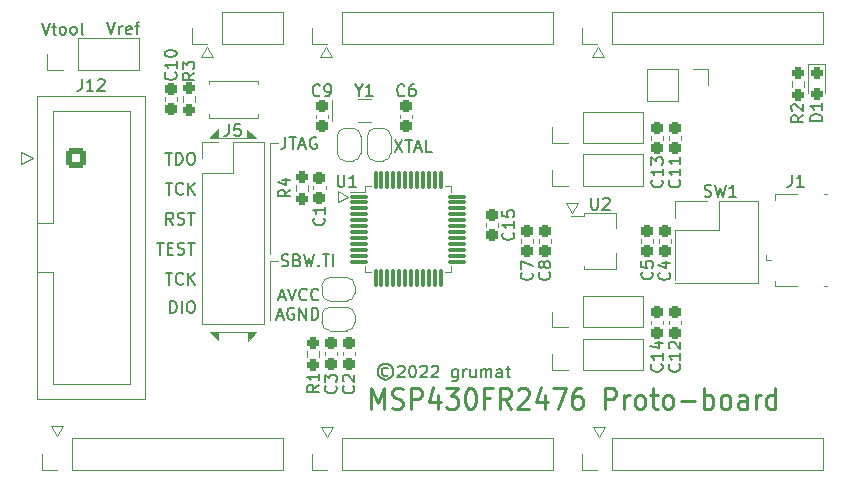
<source format=gto>
G04 #@! TF.GenerationSoftware,KiCad,Pcbnew,(6.0.7)*
G04 #@! TF.CreationDate,2022-09-17T20:40:59+02:00*
G04 #@! TF.ProjectId,FR2476,46523234-3736-42e6-9b69-6361645f7063,rev?*
G04 #@! TF.SameCoordinates,Original*
G04 #@! TF.FileFunction,Legend,Top*
G04 #@! TF.FilePolarity,Positive*
%FSLAX46Y46*%
G04 Gerber Fmt 4.6, Leading zero omitted, Abs format (unit mm)*
G04 Created by KiCad (PCBNEW (6.0.7)) date 2022-09-17 20:40:59*
%MOMM*%
%LPD*%
G01*
G04 APERTURE LIST*
G04 Aperture macros list*
%AMRoundRect*
0 Rectangle with rounded corners*
0 $1 Rounding radius*
0 $2 $3 $4 $5 $6 $7 $8 $9 X,Y pos of 4 corners*
0 Add a 4 corners polygon primitive as box body*
4,1,4,$2,$3,$4,$5,$6,$7,$8,$9,$2,$3,0*
0 Add four circle primitives for the rounded corners*
1,1,$1+$1,$2,$3*
1,1,$1+$1,$4,$5*
1,1,$1+$1,$6,$7*
1,1,$1+$1,$8,$9*
0 Add four rect primitives between the rounded corners*
20,1,$1+$1,$2,$3,$4,$5,0*
20,1,$1+$1,$4,$5,$6,$7,0*
20,1,$1+$1,$6,$7,$8,$9,0*
20,1,$1+$1,$8,$9,$2,$3,0*%
%AMFreePoly0*
4,1,9,5.362500,-0.866500,1.237500,-0.866500,1.237500,-0.450000,-1.237500,-0.450000,-1.237500,0.450000,1.237500,0.450000,1.237500,0.866500,5.362500,0.866500,5.362500,-0.866500,5.362500,-0.866500,$1*%
%AMFreePoly1*
4,1,22,0.500000,-0.750000,0.000000,-0.750000,0.000000,-0.745033,-0.079941,-0.743568,-0.215256,-0.701293,-0.333266,-0.622738,-0.424486,-0.514219,-0.481581,-0.384460,-0.499164,-0.250000,-0.500000,-0.250000,-0.500000,0.250000,-0.499164,0.250000,-0.499963,0.256109,-0.478152,0.396186,-0.417904,0.524511,-0.324060,0.630769,-0.204165,0.706417,-0.067858,0.745374,0.000000,0.744959,0.000000,0.750000,
0.500000,0.750000,0.500000,-0.750000,0.500000,-0.750000,$1*%
%AMFreePoly2*
4,1,20,0.000000,0.744959,0.073905,0.744508,0.209726,0.703889,0.328688,0.626782,0.421226,0.519385,0.479903,0.390333,0.500000,0.250000,0.500000,-0.250000,0.499851,-0.262216,0.476331,-0.402017,0.414519,-0.529596,0.319384,-0.634700,0.198574,-0.708877,0.061801,-0.746166,0.000000,-0.745033,0.000000,-0.750000,-0.500000,-0.750000,-0.500000,0.750000,0.000000,0.750000,0.000000,0.744959,
0.000000,0.744959,$1*%
G04 Aperture macros list end*
%ADD10C,0.120000*%
%ADD11C,0.100000*%
%ADD12C,0.150000*%
%ADD13C,0.250000*%
%ADD14RoundRect,0.250000X-0.600000X-0.600000X0.600000X-0.600000X0.600000X0.600000X-0.600000X0.600000X0*%
%ADD15C,1.700000*%
%ADD16RoundRect,0.237500X0.237500X-0.300000X0.237500X0.300000X-0.237500X0.300000X-0.237500X-0.300000X0*%
%ADD17R,1.700000X1.700000*%
%ADD18O,1.700000X1.700000*%
%ADD19R,1.750000X1.800000*%
%ADD20RoundRect,0.237500X0.237500X-0.250000X0.237500X0.250000X-0.237500X0.250000X-0.237500X-0.250000X0*%
%ADD21R,2.300000X0.900000*%
%ADD22FreePoly0,0.000000*%
%ADD23RoundRect,0.237500X-0.237500X0.287500X-0.237500X-0.287500X0.237500X-0.287500X0.237500X0.287500X0*%
%ADD24RoundRect,0.237500X-0.237500X0.250000X-0.237500X-0.250000X0.237500X-0.250000X0.237500X0.250000X0*%
%ADD25RoundRect,0.237500X-0.237500X0.300000X-0.237500X-0.300000X0.237500X-0.300000X0.237500X0.300000X0*%
%ADD26R,1.550000X0.400000*%
%ADD27R,1.900000X1.200000*%
%ADD28C,1.450000*%
%ADD29O,1.900000X1.200000*%
%ADD30R,1.900000X1.500000*%
%ADD31R,1.350000X1.350000*%
%ADD32O,1.350000X1.350000*%
%ADD33RoundRect,0.075000X-0.662500X-0.075000X0.662500X-0.075000X0.662500X0.075000X-0.662500X0.075000X0*%
%ADD34RoundRect,0.075000X-0.075000X-0.662500X0.075000X-0.662500X0.075000X0.662500X-0.075000X0.662500X0*%
%ADD35R,1.400000X2.000000*%
%ADD36FreePoly1,270.000000*%
%ADD37FreePoly2,270.000000*%
%ADD38FreePoly1,0.000000*%
%ADD39FreePoly2,0.000000*%
G04 APERTURE END LIST*
D10*
X154850000Y-99800000D02*
X155850000Y-99800000D01*
X155350000Y-100600000D02*
X154850000Y-99800000D01*
X155850000Y-99800000D02*
X155350000Y-100600000D01*
X157050000Y-87400000D02*
X157550000Y-86600000D01*
X158050000Y-87400000D02*
X157050000Y-87400000D01*
X157550000Y-86600000D02*
X158050000Y-87400000D01*
X134050000Y-87400000D02*
X134550000Y-86600000D01*
X135050000Y-87400000D02*
X134050000Y-87400000D01*
X134550000Y-86600000D02*
X135050000Y-87400000D01*
X124450000Y-86600000D02*
X124950000Y-87400000D01*
X123950000Y-87400000D02*
X124450000Y-86600000D01*
X124950000Y-87400000D02*
X123950000Y-87400000D01*
X111250000Y-118700000D02*
X112250000Y-118700000D01*
X112250000Y-118700000D02*
X111750000Y-119500000D01*
X111750000Y-119500000D02*
X111250000Y-118700000D01*
X134150000Y-118800000D02*
X135150000Y-118800000D01*
X135150000Y-118800000D02*
X134650000Y-119600000D01*
X134650000Y-119600000D02*
X134150000Y-118800000D01*
X157150000Y-118800000D02*
X158150000Y-118800000D01*
X158150000Y-118800000D02*
X157650000Y-119600000D01*
X157650000Y-119600000D02*
X157150000Y-118800000D01*
X135600000Y-99750000D02*
X135600000Y-98750000D01*
X135600000Y-98750000D02*
X136400000Y-99250000D01*
X136400000Y-99250000D02*
X135600000Y-99750000D01*
D11*
G36*
X127939000Y-111461000D02*
G01*
X127939000Y-110711000D01*
X125439000Y-110711000D01*
X125439000Y-111411000D01*
X124714000Y-110686000D01*
X128589000Y-110686000D01*
X127939000Y-111461000D01*
G37*
X127939000Y-111461000D02*
X127939000Y-110711000D01*
X125439000Y-110711000D01*
X125439000Y-111411000D01*
X124714000Y-110686000D01*
X128589000Y-110686000D01*
X127939000Y-111461000D01*
G36*
X125400000Y-94300000D02*
G01*
X127900000Y-94300000D01*
X127900000Y-93600000D01*
X128625000Y-94325000D01*
X124750000Y-94325000D01*
X125400000Y-93550000D01*
X125400000Y-94300000D01*
G37*
X125400000Y-94300000D02*
X127900000Y-94300000D01*
X127900000Y-93600000D01*
X128625000Y-94325000D01*
X124750000Y-94325000D01*
X125400000Y-93550000D01*
X125400000Y-94300000D01*
D10*
X129800000Y-104082000D02*
X129800000Y-94700000D01*
X129800000Y-104700000D02*
X130500000Y-104700000D01*
X129800000Y-94700000D02*
X130500000Y-94700000D01*
X129800000Y-104681000D02*
X129800000Y-109670000D01*
D12*
X131108333Y-94202380D02*
X131108333Y-94916666D01*
X131060714Y-95059523D01*
X130965476Y-95154761D01*
X130822619Y-95202380D01*
X130727380Y-95202380D01*
X131441666Y-94202380D02*
X132013095Y-94202380D01*
X131727380Y-95202380D02*
X131727380Y-94202380D01*
X132298809Y-94916666D02*
X132775000Y-94916666D01*
X132203571Y-95202380D02*
X132536904Y-94202380D01*
X132870238Y-95202380D01*
X133727380Y-94250000D02*
X133632142Y-94202380D01*
X133489285Y-94202380D01*
X133346428Y-94250000D01*
X133251190Y-94345238D01*
X133203571Y-94440476D01*
X133155952Y-94630952D01*
X133155952Y-94773809D01*
X133203571Y-94964285D01*
X133251190Y-95059523D01*
X133346428Y-95154761D01*
X133489285Y-95202380D01*
X133584523Y-95202380D01*
X133727380Y-95154761D01*
X133775000Y-95107142D01*
X133775000Y-94773809D01*
X133584523Y-94773809D01*
X130785714Y-105104761D02*
X130928571Y-105152380D01*
X131166666Y-105152380D01*
X131261904Y-105104761D01*
X131309523Y-105057142D01*
X131357142Y-104961904D01*
X131357142Y-104866666D01*
X131309523Y-104771428D01*
X131261904Y-104723809D01*
X131166666Y-104676190D01*
X130976190Y-104628571D01*
X130880952Y-104580952D01*
X130833333Y-104533333D01*
X130785714Y-104438095D01*
X130785714Y-104342857D01*
X130833333Y-104247619D01*
X130880952Y-104200000D01*
X130976190Y-104152380D01*
X131214285Y-104152380D01*
X131357142Y-104200000D01*
X132119047Y-104628571D02*
X132261904Y-104676190D01*
X132309523Y-104723809D01*
X132357142Y-104819047D01*
X132357142Y-104961904D01*
X132309523Y-105057142D01*
X132261904Y-105104761D01*
X132166666Y-105152380D01*
X131785714Y-105152380D01*
X131785714Y-104152380D01*
X132119047Y-104152380D01*
X132214285Y-104200000D01*
X132261904Y-104247619D01*
X132309523Y-104342857D01*
X132309523Y-104438095D01*
X132261904Y-104533333D01*
X132214285Y-104580952D01*
X132119047Y-104628571D01*
X131785714Y-104628571D01*
X132690476Y-104152380D02*
X132928571Y-105152380D01*
X133119047Y-104438095D01*
X133309523Y-105152380D01*
X133547619Y-104152380D01*
X133928571Y-105057142D02*
X133976190Y-105104761D01*
X133928571Y-105152380D01*
X133880952Y-105104761D01*
X133928571Y-105057142D01*
X133928571Y-105152380D01*
X134261904Y-104152380D02*
X134833333Y-104152380D01*
X134547619Y-105152380D02*
X134547619Y-104152380D01*
X135166666Y-105152380D02*
X135166666Y-104152380D01*
X130578690Y-107761666D02*
X131054880Y-107761666D01*
X130483452Y-108047380D02*
X130816785Y-107047380D01*
X131150119Y-108047380D01*
X131340595Y-107047380D02*
X131673928Y-108047380D01*
X132007261Y-107047380D01*
X132912023Y-107952142D02*
X132864404Y-107999761D01*
X132721547Y-108047380D01*
X132626309Y-108047380D01*
X132483452Y-107999761D01*
X132388214Y-107904523D01*
X132340595Y-107809285D01*
X132292976Y-107618809D01*
X132292976Y-107475952D01*
X132340595Y-107285476D01*
X132388214Y-107190238D01*
X132483452Y-107095000D01*
X132626309Y-107047380D01*
X132721547Y-107047380D01*
X132864404Y-107095000D01*
X132912023Y-107142619D01*
X133912023Y-107952142D02*
X133864404Y-107999761D01*
X133721547Y-108047380D01*
X133626309Y-108047380D01*
X133483452Y-107999761D01*
X133388214Y-107904523D01*
X133340595Y-107809285D01*
X133292976Y-107618809D01*
X133292976Y-107475952D01*
X133340595Y-107285476D01*
X133388214Y-107190238D01*
X133483452Y-107095000D01*
X133626309Y-107047380D01*
X133721547Y-107047380D01*
X133864404Y-107095000D01*
X133912023Y-107142619D01*
X130388214Y-109371666D02*
X130864404Y-109371666D01*
X130292976Y-109657380D02*
X130626309Y-108657380D01*
X130959642Y-109657380D01*
X131816785Y-108705000D02*
X131721547Y-108657380D01*
X131578690Y-108657380D01*
X131435833Y-108705000D01*
X131340595Y-108800238D01*
X131292976Y-108895476D01*
X131245357Y-109085952D01*
X131245357Y-109228809D01*
X131292976Y-109419285D01*
X131340595Y-109514523D01*
X131435833Y-109609761D01*
X131578690Y-109657380D01*
X131673928Y-109657380D01*
X131816785Y-109609761D01*
X131864404Y-109562142D01*
X131864404Y-109228809D01*
X131673928Y-109228809D01*
X132292976Y-109657380D02*
X132292976Y-108657380D01*
X132864404Y-109657380D01*
X132864404Y-108657380D01*
X133340595Y-109657380D02*
X133340595Y-108657380D01*
X133578690Y-108657380D01*
X133721547Y-108705000D01*
X133816785Y-108800238D01*
X133864404Y-108895476D01*
X133912023Y-109085952D01*
X133912023Y-109228809D01*
X133864404Y-109419285D01*
X133816785Y-109514523D01*
X133721547Y-109609761D01*
X133578690Y-109657380D01*
X133340595Y-109657380D01*
X140352380Y-94452380D02*
X141019047Y-95452380D01*
X141019047Y-94452380D02*
X140352380Y-95452380D01*
X141257142Y-94452380D02*
X141828571Y-94452380D01*
X141542857Y-95452380D02*
X141542857Y-94452380D01*
X142114285Y-95166666D02*
X142590476Y-95166666D01*
X142019047Y-95452380D02*
X142352380Y-94452380D01*
X142685714Y-95452380D01*
X143495238Y-95452380D02*
X143019047Y-95452380D01*
X143019047Y-94452380D01*
X121618738Y-101613380D02*
X121285404Y-101137190D01*
X121047309Y-101613380D02*
X121047309Y-100613380D01*
X121428261Y-100613380D01*
X121523500Y-100661000D01*
X121571119Y-100708619D01*
X121618738Y-100803857D01*
X121618738Y-100946714D01*
X121571119Y-101041952D01*
X121523500Y-101089571D01*
X121428261Y-101137190D01*
X121047309Y-101137190D01*
X121999690Y-101565761D02*
X122142547Y-101613380D01*
X122380642Y-101613380D01*
X122475880Y-101565761D01*
X122523500Y-101518142D01*
X122571119Y-101422904D01*
X122571119Y-101327666D01*
X122523500Y-101232428D01*
X122475880Y-101184809D01*
X122380642Y-101137190D01*
X122190166Y-101089571D01*
X122094928Y-101041952D01*
X122047309Y-100994333D01*
X121999690Y-100899095D01*
X121999690Y-100803857D01*
X122047309Y-100708619D01*
X122094928Y-100661000D01*
X122190166Y-100613380D01*
X122428261Y-100613380D01*
X122571119Y-100661000D01*
X122856833Y-100613380D02*
X123428261Y-100613380D01*
X123142547Y-101613380D02*
X123142547Y-100613380D01*
D13*
X138395238Y-117264285D02*
X138395238Y-115464285D01*
X138928571Y-116750000D01*
X139461904Y-115464285D01*
X139461904Y-117264285D01*
X140147619Y-117178571D02*
X140376190Y-117264285D01*
X140757142Y-117264285D01*
X140909523Y-117178571D01*
X140985714Y-117092857D01*
X141061904Y-116921428D01*
X141061904Y-116750000D01*
X140985714Y-116578571D01*
X140909523Y-116492857D01*
X140757142Y-116407142D01*
X140452380Y-116321428D01*
X140300000Y-116235714D01*
X140223809Y-116150000D01*
X140147619Y-115978571D01*
X140147619Y-115807142D01*
X140223809Y-115635714D01*
X140300000Y-115550000D01*
X140452380Y-115464285D01*
X140833333Y-115464285D01*
X141061904Y-115550000D01*
X141747619Y-117264285D02*
X141747619Y-115464285D01*
X142357142Y-115464285D01*
X142509523Y-115550000D01*
X142585714Y-115635714D01*
X142661904Y-115807142D01*
X142661904Y-116064285D01*
X142585714Y-116235714D01*
X142509523Y-116321428D01*
X142357142Y-116407142D01*
X141747619Y-116407142D01*
X144033333Y-116064285D02*
X144033333Y-117264285D01*
X143652380Y-115378571D02*
X143271428Y-116664285D01*
X144261904Y-116664285D01*
X144719047Y-115464285D02*
X145709523Y-115464285D01*
X145176190Y-116150000D01*
X145404761Y-116150000D01*
X145557142Y-116235714D01*
X145633333Y-116321428D01*
X145709523Y-116492857D01*
X145709523Y-116921428D01*
X145633333Y-117092857D01*
X145557142Y-117178571D01*
X145404761Y-117264285D01*
X144947619Y-117264285D01*
X144795238Y-117178571D01*
X144719047Y-117092857D01*
X146700000Y-115464285D02*
X146852380Y-115464285D01*
X147004761Y-115550000D01*
X147080952Y-115635714D01*
X147157142Y-115807142D01*
X147233333Y-116150000D01*
X147233333Y-116578571D01*
X147157142Y-116921428D01*
X147080952Y-117092857D01*
X147004761Y-117178571D01*
X146852380Y-117264285D01*
X146700000Y-117264285D01*
X146547619Y-117178571D01*
X146471428Y-117092857D01*
X146395238Y-116921428D01*
X146319047Y-116578571D01*
X146319047Y-116150000D01*
X146395238Y-115807142D01*
X146471428Y-115635714D01*
X146547619Y-115550000D01*
X146700000Y-115464285D01*
X148452380Y-116321428D02*
X147919047Y-116321428D01*
X147919047Y-117264285D02*
X147919047Y-115464285D01*
X148680952Y-115464285D01*
X150204761Y-117264285D02*
X149671428Y-116407142D01*
X149290476Y-117264285D02*
X149290476Y-115464285D01*
X149900000Y-115464285D01*
X150052380Y-115550000D01*
X150128571Y-115635714D01*
X150204761Y-115807142D01*
X150204761Y-116064285D01*
X150128571Y-116235714D01*
X150052380Y-116321428D01*
X149900000Y-116407142D01*
X149290476Y-116407142D01*
X150814285Y-115635714D02*
X150890476Y-115550000D01*
X151042857Y-115464285D01*
X151423809Y-115464285D01*
X151576190Y-115550000D01*
X151652380Y-115635714D01*
X151728571Y-115807142D01*
X151728571Y-115978571D01*
X151652380Y-116235714D01*
X150738095Y-117264285D01*
X151728571Y-117264285D01*
X153100000Y-116064285D02*
X153100000Y-117264285D01*
X152719047Y-115378571D02*
X152338095Y-116664285D01*
X153328571Y-116664285D01*
X153785714Y-115464285D02*
X154852380Y-115464285D01*
X154166666Y-117264285D01*
X156147619Y-115464285D02*
X155842857Y-115464285D01*
X155690476Y-115550000D01*
X155614285Y-115635714D01*
X155461904Y-115892857D01*
X155385714Y-116235714D01*
X155385714Y-116921428D01*
X155461904Y-117092857D01*
X155538095Y-117178571D01*
X155690476Y-117264285D01*
X155995238Y-117264285D01*
X156147619Y-117178571D01*
X156223809Y-117092857D01*
X156300000Y-116921428D01*
X156300000Y-116492857D01*
X156223809Y-116321428D01*
X156147619Y-116235714D01*
X155995238Y-116150000D01*
X155690476Y-116150000D01*
X155538095Y-116235714D01*
X155461904Y-116321428D01*
X155385714Y-116492857D01*
X158204761Y-117264285D02*
X158204761Y-115464285D01*
X158814285Y-115464285D01*
X158966666Y-115550000D01*
X159042857Y-115635714D01*
X159119047Y-115807142D01*
X159119047Y-116064285D01*
X159042857Y-116235714D01*
X158966666Y-116321428D01*
X158814285Y-116407142D01*
X158204761Y-116407142D01*
X159804761Y-117264285D02*
X159804761Y-116064285D01*
X159804761Y-116407142D02*
X159880952Y-116235714D01*
X159957142Y-116150000D01*
X160109523Y-116064285D01*
X160261904Y-116064285D01*
X161023809Y-117264285D02*
X160871428Y-117178571D01*
X160795238Y-117092857D01*
X160719047Y-116921428D01*
X160719047Y-116407142D01*
X160795238Y-116235714D01*
X160871428Y-116150000D01*
X161023809Y-116064285D01*
X161252380Y-116064285D01*
X161404761Y-116150000D01*
X161480952Y-116235714D01*
X161557142Y-116407142D01*
X161557142Y-116921428D01*
X161480952Y-117092857D01*
X161404761Y-117178571D01*
X161252380Y-117264285D01*
X161023809Y-117264285D01*
X162014285Y-116064285D02*
X162623809Y-116064285D01*
X162242857Y-115464285D02*
X162242857Y-117007142D01*
X162319047Y-117178571D01*
X162471428Y-117264285D01*
X162623809Y-117264285D01*
X163385714Y-117264285D02*
X163233333Y-117178571D01*
X163157142Y-117092857D01*
X163080952Y-116921428D01*
X163080952Y-116407142D01*
X163157142Y-116235714D01*
X163233333Y-116150000D01*
X163385714Y-116064285D01*
X163614285Y-116064285D01*
X163766666Y-116150000D01*
X163842857Y-116235714D01*
X163919047Y-116407142D01*
X163919047Y-116921428D01*
X163842857Y-117092857D01*
X163766666Y-117178571D01*
X163614285Y-117264285D01*
X163385714Y-117264285D01*
X164604761Y-116578571D02*
X165823809Y-116578571D01*
X166585714Y-117264285D02*
X166585714Y-115464285D01*
X166585714Y-116150000D02*
X166738095Y-116064285D01*
X167042857Y-116064285D01*
X167195238Y-116150000D01*
X167271428Y-116235714D01*
X167347619Y-116407142D01*
X167347619Y-116921428D01*
X167271428Y-117092857D01*
X167195238Y-117178571D01*
X167042857Y-117264285D01*
X166738095Y-117264285D01*
X166585714Y-117178571D01*
X168261904Y-117264285D02*
X168109523Y-117178571D01*
X168033333Y-117092857D01*
X167957142Y-116921428D01*
X167957142Y-116407142D01*
X168033333Y-116235714D01*
X168109523Y-116150000D01*
X168261904Y-116064285D01*
X168490476Y-116064285D01*
X168642857Y-116150000D01*
X168719047Y-116235714D01*
X168795238Y-116407142D01*
X168795238Y-116921428D01*
X168719047Y-117092857D01*
X168642857Y-117178571D01*
X168490476Y-117264285D01*
X168261904Y-117264285D01*
X170166666Y-117264285D02*
X170166666Y-116321428D01*
X170090476Y-116150000D01*
X169938095Y-116064285D01*
X169633333Y-116064285D01*
X169480952Y-116150000D01*
X170166666Y-117178571D02*
X170014285Y-117264285D01*
X169633333Y-117264285D01*
X169480952Y-117178571D01*
X169404761Y-117007142D01*
X169404761Y-116835714D01*
X169480952Y-116664285D01*
X169633333Y-116578571D01*
X170014285Y-116578571D01*
X170166666Y-116492857D01*
X170928571Y-117264285D02*
X170928571Y-116064285D01*
X170928571Y-116407142D02*
X171004761Y-116235714D01*
X171080952Y-116150000D01*
X171233333Y-116064285D01*
X171385714Y-116064285D01*
X172604761Y-117264285D02*
X172604761Y-115464285D01*
X172604761Y-117178571D02*
X172452380Y-117264285D01*
X172147619Y-117264285D01*
X171995238Y-117178571D01*
X171919047Y-117092857D01*
X171842857Y-116921428D01*
X171842857Y-116407142D01*
X171919047Y-116235714D01*
X171995238Y-116150000D01*
X172147619Y-116064285D01*
X172452380Y-116064285D01*
X172604761Y-116150000D01*
D12*
X110484285Y-84527380D02*
X110817619Y-85527380D01*
X111150952Y-84527380D01*
X111341428Y-84860714D02*
X111722380Y-84860714D01*
X111484285Y-84527380D02*
X111484285Y-85384523D01*
X111531904Y-85479761D01*
X111627142Y-85527380D01*
X111722380Y-85527380D01*
X112198571Y-85527380D02*
X112103333Y-85479761D01*
X112055714Y-85432142D01*
X112008095Y-85336904D01*
X112008095Y-85051190D01*
X112055714Y-84955952D01*
X112103333Y-84908333D01*
X112198571Y-84860714D01*
X112341428Y-84860714D01*
X112436666Y-84908333D01*
X112484285Y-84955952D01*
X112531904Y-85051190D01*
X112531904Y-85336904D01*
X112484285Y-85432142D01*
X112436666Y-85479761D01*
X112341428Y-85527380D01*
X112198571Y-85527380D01*
X113103333Y-85527380D02*
X113008095Y-85479761D01*
X112960476Y-85432142D01*
X112912857Y-85336904D01*
X112912857Y-85051190D01*
X112960476Y-84955952D01*
X113008095Y-84908333D01*
X113103333Y-84860714D01*
X113246190Y-84860714D01*
X113341428Y-84908333D01*
X113389047Y-84955952D01*
X113436666Y-85051190D01*
X113436666Y-85336904D01*
X113389047Y-85432142D01*
X113341428Y-85479761D01*
X113246190Y-85527380D01*
X113103333Y-85527380D01*
X114008095Y-85527380D02*
X113912857Y-85479761D01*
X113865238Y-85384523D01*
X113865238Y-84527380D01*
X116042857Y-84502380D02*
X116376190Y-85502380D01*
X116709523Y-84502380D01*
X117042857Y-85502380D02*
X117042857Y-84835714D01*
X117042857Y-85026190D02*
X117090476Y-84930952D01*
X117138095Y-84883333D01*
X117233333Y-84835714D01*
X117328571Y-84835714D01*
X118042857Y-85454761D02*
X117947619Y-85502380D01*
X117757142Y-85502380D01*
X117661904Y-85454761D01*
X117614285Y-85359523D01*
X117614285Y-84978571D01*
X117661904Y-84883333D01*
X117757142Y-84835714D01*
X117947619Y-84835714D01*
X118042857Y-84883333D01*
X118090476Y-84978571D01*
X118090476Y-85073809D01*
X117614285Y-85169047D01*
X118376190Y-84835714D02*
X118757142Y-84835714D01*
X118519047Y-85502380D02*
X118519047Y-84645238D01*
X118566666Y-84550000D01*
X118661904Y-84502380D01*
X118757142Y-84502380D01*
X139785714Y-113790476D02*
X139690476Y-113742857D01*
X139500000Y-113742857D01*
X139404761Y-113790476D01*
X139309523Y-113885714D01*
X139261904Y-113980952D01*
X139261904Y-114171428D01*
X139309523Y-114266666D01*
X139404761Y-114361904D01*
X139500000Y-114409523D01*
X139690476Y-114409523D01*
X139785714Y-114361904D01*
X139595238Y-113409523D02*
X139357142Y-113457142D01*
X139119047Y-113600000D01*
X138976190Y-113838095D01*
X138928571Y-114076190D01*
X138976190Y-114314285D01*
X139119047Y-114552380D01*
X139357142Y-114695238D01*
X139595238Y-114742857D01*
X139833333Y-114695238D01*
X140071428Y-114552380D01*
X140214285Y-114314285D01*
X140261904Y-114076190D01*
X140214285Y-113838095D01*
X140071428Y-113600000D01*
X139833333Y-113457142D01*
X139595238Y-113409523D01*
X140642857Y-113647619D02*
X140690476Y-113600000D01*
X140785714Y-113552380D01*
X141023809Y-113552380D01*
X141119047Y-113600000D01*
X141166666Y-113647619D01*
X141214285Y-113742857D01*
X141214285Y-113838095D01*
X141166666Y-113980952D01*
X140595238Y-114552380D01*
X141214285Y-114552380D01*
X141833333Y-113552380D02*
X141928571Y-113552380D01*
X142023809Y-113600000D01*
X142071428Y-113647619D01*
X142119047Y-113742857D01*
X142166666Y-113933333D01*
X142166666Y-114171428D01*
X142119047Y-114361904D01*
X142071428Y-114457142D01*
X142023809Y-114504761D01*
X141928571Y-114552380D01*
X141833333Y-114552380D01*
X141738095Y-114504761D01*
X141690476Y-114457142D01*
X141642857Y-114361904D01*
X141595238Y-114171428D01*
X141595238Y-113933333D01*
X141642857Y-113742857D01*
X141690476Y-113647619D01*
X141738095Y-113600000D01*
X141833333Y-113552380D01*
X142547619Y-113647619D02*
X142595238Y-113600000D01*
X142690476Y-113552380D01*
X142928571Y-113552380D01*
X143023809Y-113600000D01*
X143071428Y-113647619D01*
X143119047Y-113742857D01*
X143119047Y-113838095D01*
X143071428Y-113980952D01*
X142500000Y-114552380D01*
X143119047Y-114552380D01*
X143500000Y-113647619D02*
X143547619Y-113600000D01*
X143642857Y-113552380D01*
X143880952Y-113552380D01*
X143976190Y-113600000D01*
X144023809Y-113647619D01*
X144071428Y-113742857D01*
X144071428Y-113838095D01*
X144023809Y-113980952D01*
X143452380Y-114552380D01*
X144071428Y-114552380D01*
X145690476Y-113885714D02*
X145690476Y-114695238D01*
X145642857Y-114790476D01*
X145595238Y-114838095D01*
X145500000Y-114885714D01*
X145357142Y-114885714D01*
X145261904Y-114838095D01*
X145690476Y-114504761D02*
X145595238Y-114552380D01*
X145404761Y-114552380D01*
X145309523Y-114504761D01*
X145261904Y-114457142D01*
X145214285Y-114361904D01*
X145214285Y-114076190D01*
X145261904Y-113980952D01*
X145309523Y-113933333D01*
X145404761Y-113885714D01*
X145595238Y-113885714D01*
X145690476Y-113933333D01*
X146166666Y-114552380D02*
X146166666Y-113885714D01*
X146166666Y-114076190D02*
X146214285Y-113980952D01*
X146261904Y-113933333D01*
X146357142Y-113885714D01*
X146452380Y-113885714D01*
X147214285Y-113885714D02*
X147214285Y-114552380D01*
X146785714Y-113885714D02*
X146785714Y-114409523D01*
X146833333Y-114504761D01*
X146928571Y-114552380D01*
X147071428Y-114552380D01*
X147166666Y-114504761D01*
X147214285Y-114457142D01*
X147690476Y-114552380D02*
X147690476Y-113885714D01*
X147690476Y-113980952D02*
X147738095Y-113933333D01*
X147833333Y-113885714D01*
X147976190Y-113885714D01*
X148071428Y-113933333D01*
X148119047Y-114028571D01*
X148119047Y-114552380D01*
X148119047Y-114028571D02*
X148166666Y-113933333D01*
X148261904Y-113885714D01*
X148404761Y-113885714D01*
X148500000Y-113933333D01*
X148547619Y-114028571D01*
X148547619Y-114552380D01*
X149452380Y-114552380D02*
X149452380Y-114028571D01*
X149404761Y-113933333D01*
X149309523Y-113885714D01*
X149119047Y-113885714D01*
X149023809Y-113933333D01*
X149452380Y-114504761D02*
X149357142Y-114552380D01*
X149119047Y-114552380D01*
X149023809Y-114504761D01*
X148976190Y-114409523D01*
X148976190Y-114314285D01*
X149023809Y-114219047D01*
X149119047Y-114171428D01*
X149357142Y-114171428D01*
X149452380Y-114123809D01*
X149785714Y-113885714D02*
X150166666Y-113885714D01*
X149928571Y-113552380D02*
X149928571Y-114409523D01*
X149976190Y-114504761D01*
X150071428Y-114552380D01*
X150166666Y-114552380D01*
X120983833Y-98073380D02*
X121555261Y-98073380D01*
X121269547Y-99073380D02*
X121269547Y-98073380D01*
X122460023Y-98978142D02*
X122412404Y-99025761D01*
X122269547Y-99073380D01*
X122174309Y-99073380D01*
X122031452Y-99025761D01*
X121936214Y-98930523D01*
X121888595Y-98835285D01*
X121840976Y-98644809D01*
X121840976Y-98501952D01*
X121888595Y-98311476D01*
X121936214Y-98216238D01*
X122031452Y-98121000D01*
X122174309Y-98073380D01*
X122269547Y-98073380D01*
X122412404Y-98121000D01*
X122460023Y-98168619D01*
X122888595Y-99073380D02*
X122888595Y-98073380D01*
X123460023Y-99073380D02*
X123031452Y-98501952D01*
X123460023Y-98073380D02*
X122888595Y-98644809D01*
X121345238Y-109106380D02*
X121345238Y-108106380D01*
X121583333Y-108106380D01*
X121726191Y-108154000D01*
X121821429Y-108249238D01*
X121869048Y-108344476D01*
X121916667Y-108534952D01*
X121916667Y-108677809D01*
X121869048Y-108868285D01*
X121821429Y-108963523D01*
X121726191Y-109058761D01*
X121583333Y-109106380D01*
X121345238Y-109106380D01*
X122345238Y-109106380D02*
X122345238Y-108106380D01*
X123011905Y-108106380D02*
X123202381Y-108106380D01*
X123297619Y-108154000D01*
X123392857Y-108249238D01*
X123440476Y-108439714D01*
X123440476Y-108773047D01*
X123392857Y-108963523D01*
X123297619Y-109058761D01*
X123202381Y-109106380D01*
X123011905Y-109106380D01*
X122916667Y-109058761D01*
X122821429Y-108963523D01*
X122773810Y-108773047D01*
X122773810Y-108439714D01*
X122821429Y-108249238D01*
X122916667Y-108154000D01*
X123011905Y-108106380D01*
X120936214Y-95533380D02*
X121507642Y-95533380D01*
X121221928Y-96533380D02*
X121221928Y-95533380D01*
X121840976Y-96533380D02*
X121840976Y-95533380D01*
X122079071Y-95533380D01*
X122221928Y-95581000D01*
X122317166Y-95676238D01*
X122364785Y-95771476D01*
X122412404Y-95961952D01*
X122412404Y-96104809D01*
X122364785Y-96295285D01*
X122317166Y-96390523D01*
X122221928Y-96485761D01*
X122079071Y-96533380D01*
X121840976Y-96533380D01*
X123031452Y-95533380D02*
X123221928Y-95533380D01*
X123317166Y-95581000D01*
X123412404Y-95676238D01*
X123460023Y-95866714D01*
X123460023Y-96200047D01*
X123412404Y-96390523D01*
X123317166Y-96485761D01*
X123221928Y-96533380D01*
X123031452Y-96533380D01*
X122936214Y-96485761D01*
X122840976Y-96390523D01*
X122793357Y-96200047D01*
X122793357Y-95866714D01*
X122840976Y-95676238D01*
X122936214Y-95581000D01*
X123031452Y-95533380D01*
X120983833Y-105693380D02*
X121555261Y-105693380D01*
X121269547Y-106693380D02*
X121269547Y-105693380D01*
X122460023Y-106598142D02*
X122412404Y-106645761D01*
X122269547Y-106693380D01*
X122174309Y-106693380D01*
X122031452Y-106645761D01*
X121936214Y-106550523D01*
X121888595Y-106455285D01*
X121840976Y-106264809D01*
X121840976Y-106121952D01*
X121888595Y-105931476D01*
X121936214Y-105836238D01*
X122031452Y-105741000D01*
X122174309Y-105693380D01*
X122269547Y-105693380D01*
X122412404Y-105741000D01*
X122460023Y-105788619D01*
X122888595Y-106693380D02*
X122888595Y-105693380D01*
X123460023Y-106693380D02*
X123031452Y-106121952D01*
X123460023Y-105693380D02*
X122888595Y-106264809D01*
X120237785Y-103153380D02*
X120809214Y-103153380D01*
X120523500Y-104153380D02*
X120523500Y-103153380D01*
X121142547Y-103629571D02*
X121475880Y-103629571D01*
X121618738Y-104153380D02*
X121142547Y-104153380D01*
X121142547Y-103153380D01*
X121618738Y-103153380D01*
X121999690Y-104105761D02*
X122142547Y-104153380D01*
X122380642Y-104153380D01*
X122475880Y-104105761D01*
X122523500Y-104058142D01*
X122571119Y-103962904D01*
X122571119Y-103867666D01*
X122523500Y-103772428D01*
X122475880Y-103724809D01*
X122380642Y-103677190D01*
X122190166Y-103629571D01*
X122094928Y-103581952D01*
X122047309Y-103534333D01*
X121999690Y-103439095D01*
X121999690Y-103343857D01*
X122047309Y-103248619D01*
X122094928Y-103201000D01*
X122190166Y-103153380D01*
X122428261Y-103153380D01*
X122571119Y-103201000D01*
X122856833Y-103153380D02*
X123428261Y-103153380D01*
X123142547Y-104153380D02*
X123142547Y-103153380D01*
X113860476Y-89302380D02*
X113860476Y-90016666D01*
X113812857Y-90159523D01*
X113717619Y-90254761D01*
X113574761Y-90302380D01*
X113479523Y-90302380D01*
X114860476Y-90302380D02*
X114289047Y-90302380D01*
X114574761Y-90302380D02*
X114574761Y-89302380D01*
X114479523Y-89445238D01*
X114384285Y-89540476D01*
X114289047Y-89588095D01*
X115241428Y-89397619D02*
X115289047Y-89350000D01*
X115384285Y-89302380D01*
X115622380Y-89302380D01*
X115717619Y-89350000D01*
X115765238Y-89397619D01*
X115812857Y-89492857D01*
X115812857Y-89588095D01*
X115765238Y-89730952D01*
X115193809Y-90302380D01*
X115812857Y-90302380D01*
X134357142Y-101066666D02*
X134404761Y-101114285D01*
X134452380Y-101257142D01*
X134452380Y-101352380D01*
X134404761Y-101495238D01*
X134309523Y-101590476D01*
X134214285Y-101638095D01*
X134023809Y-101685714D01*
X133880952Y-101685714D01*
X133690476Y-101638095D01*
X133595238Y-101590476D01*
X133500000Y-101495238D01*
X133452380Y-101352380D01*
X133452380Y-101257142D01*
X133500000Y-101114285D01*
X133547619Y-101066666D01*
X134452380Y-100114285D02*
X134452380Y-100685714D01*
X134452380Y-100400000D02*
X133452380Y-100400000D01*
X133595238Y-100495238D01*
X133690476Y-100590476D01*
X133738095Y-100685714D01*
X135357142Y-115266666D02*
X135404761Y-115314285D01*
X135452380Y-115457142D01*
X135452380Y-115552380D01*
X135404761Y-115695238D01*
X135309523Y-115790476D01*
X135214285Y-115838095D01*
X135023809Y-115885714D01*
X134880952Y-115885714D01*
X134690476Y-115838095D01*
X134595238Y-115790476D01*
X134500000Y-115695238D01*
X134452380Y-115552380D01*
X134452380Y-115457142D01*
X134500000Y-115314285D01*
X134547619Y-115266666D01*
X134452380Y-114933333D02*
X134452380Y-114314285D01*
X134833333Y-114647619D01*
X134833333Y-114504761D01*
X134880952Y-114409523D01*
X134928571Y-114361904D01*
X135023809Y-114314285D01*
X135261904Y-114314285D01*
X135357142Y-114361904D01*
X135404761Y-114409523D01*
X135452380Y-114504761D01*
X135452380Y-114790476D01*
X135404761Y-114885714D01*
X135357142Y-114933333D01*
X137313809Y-90236190D02*
X137313809Y-90712380D01*
X136980476Y-89712380D02*
X137313809Y-90236190D01*
X137647142Y-89712380D01*
X138504285Y-90712380D02*
X137932857Y-90712380D01*
X138218571Y-90712380D02*
X138218571Y-89712380D01*
X138123333Y-89855238D01*
X138028095Y-89950476D01*
X137932857Y-89998095D01*
X163607142Y-105691666D02*
X163654761Y-105739285D01*
X163702380Y-105882142D01*
X163702380Y-105977380D01*
X163654761Y-106120238D01*
X163559523Y-106215476D01*
X163464285Y-106263095D01*
X163273809Y-106310714D01*
X163130952Y-106310714D01*
X162940476Y-106263095D01*
X162845238Y-106215476D01*
X162750000Y-106120238D01*
X162702380Y-105977380D01*
X162702380Y-105882142D01*
X162750000Y-105739285D01*
X162797619Y-105691666D01*
X163035714Y-104834523D02*
X163702380Y-104834523D01*
X162654761Y-105072619D02*
X163369047Y-105310714D01*
X163369047Y-104691666D01*
X162132142Y-105641666D02*
X162179761Y-105689285D01*
X162227380Y-105832142D01*
X162227380Y-105927380D01*
X162179761Y-106070238D01*
X162084523Y-106165476D01*
X161989285Y-106213095D01*
X161798809Y-106260714D01*
X161655952Y-106260714D01*
X161465476Y-106213095D01*
X161370238Y-106165476D01*
X161275000Y-106070238D01*
X161227380Y-105927380D01*
X161227380Y-105832142D01*
X161275000Y-105689285D01*
X161322619Y-105641666D01*
X161227380Y-104736904D02*
X161227380Y-105213095D01*
X161703571Y-105260714D01*
X161655952Y-105213095D01*
X161608333Y-105117857D01*
X161608333Y-104879761D01*
X161655952Y-104784523D01*
X161703571Y-104736904D01*
X161798809Y-104689285D01*
X162036904Y-104689285D01*
X162132142Y-104736904D01*
X162179761Y-104784523D01*
X162227380Y-104879761D01*
X162227380Y-105117857D01*
X162179761Y-105213095D01*
X162132142Y-105260714D01*
X151957142Y-105691666D02*
X152004761Y-105739285D01*
X152052380Y-105882142D01*
X152052380Y-105977380D01*
X152004761Y-106120238D01*
X151909523Y-106215476D01*
X151814285Y-106263095D01*
X151623809Y-106310714D01*
X151480952Y-106310714D01*
X151290476Y-106263095D01*
X151195238Y-106215476D01*
X151100000Y-106120238D01*
X151052380Y-105977380D01*
X151052380Y-105882142D01*
X151100000Y-105739285D01*
X151147619Y-105691666D01*
X151052380Y-105358333D02*
X151052380Y-104691666D01*
X152052380Y-105120238D01*
X153457142Y-105666666D02*
X153504761Y-105714285D01*
X153552380Y-105857142D01*
X153552380Y-105952380D01*
X153504761Y-106095238D01*
X153409523Y-106190476D01*
X153314285Y-106238095D01*
X153123809Y-106285714D01*
X152980952Y-106285714D01*
X152790476Y-106238095D01*
X152695238Y-106190476D01*
X152600000Y-106095238D01*
X152552380Y-105952380D01*
X152552380Y-105857142D01*
X152600000Y-105714285D01*
X152647619Y-105666666D01*
X152980952Y-105095238D02*
X152933333Y-105190476D01*
X152885714Y-105238095D01*
X152790476Y-105285714D01*
X152742857Y-105285714D01*
X152647619Y-105238095D01*
X152600000Y-105190476D01*
X152552380Y-105095238D01*
X152552380Y-104904761D01*
X152600000Y-104809523D01*
X152647619Y-104761904D01*
X152742857Y-104714285D01*
X152790476Y-104714285D01*
X152885714Y-104761904D01*
X152933333Y-104809523D01*
X152980952Y-104904761D01*
X152980952Y-105095238D01*
X153028571Y-105190476D01*
X153076190Y-105238095D01*
X153171428Y-105285714D01*
X153361904Y-105285714D01*
X153457142Y-105238095D01*
X153504761Y-105190476D01*
X153552380Y-105095238D01*
X153552380Y-104904761D01*
X153504761Y-104809523D01*
X153457142Y-104761904D01*
X153361904Y-104714285D01*
X153171428Y-104714285D01*
X153076190Y-104761904D01*
X153028571Y-104809523D01*
X152980952Y-104904761D01*
X133957380Y-115181666D02*
X133481190Y-115515000D01*
X133957380Y-115753095D02*
X132957380Y-115753095D01*
X132957380Y-115372142D01*
X133005000Y-115276904D01*
X133052619Y-115229285D01*
X133147857Y-115181666D01*
X133290714Y-115181666D01*
X133385952Y-115229285D01*
X133433571Y-115276904D01*
X133481190Y-115372142D01*
X133481190Y-115753095D01*
X133957380Y-114229285D02*
X133957380Y-114800714D01*
X133957380Y-114515000D02*
X132957380Y-114515000D01*
X133100238Y-114610238D01*
X133195476Y-114705476D01*
X133243095Y-114800714D01*
X157000595Y-99352380D02*
X157000595Y-100161904D01*
X157048214Y-100257142D01*
X157095833Y-100304761D01*
X157191071Y-100352380D01*
X157381547Y-100352380D01*
X157476785Y-100304761D01*
X157524404Y-100257142D01*
X157572023Y-100161904D01*
X157572023Y-99352380D01*
X158000595Y-99447619D02*
X158048214Y-99400000D01*
X158143452Y-99352380D01*
X158381547Y-99352380D01*
X158476785Y-99400000D01*
X158524404Y-99447619D01*
X158572023Y-99542857D01*
X158572023Y-99638095D01*
X158524404Y-99780952D01*
X157952976Y-100352380D01*
X158572023Y-100352380D01*
X176552380Y-92838095D02*
X175552380Y-92838095D01*
X175552380Y-92600000D01*
X175600000Y-92457142D01*
X175695238Y-92361904D01*
X175790476Y-92314285D01*
X175980952Y-92266666D01*
X176123809Y-92266666D01*
X176314285Y-92314285D01*
X176409523Y-92361904D01*
X176504761Y-92457142D01*
X176552380Y-92600000D01*
X176552380Y-92838095D01*
X176552380Y-91314285D02*
X176552380Y-91885714D01*
X176552380Y-91600000D02*
X175552380Y-91600000D01*
X175695238Y-91695238D01*
X175790476Y-91790476D01*
X175838095Y-91885714D01*
X174952380Y-92366666D02*
X174476190Y-92700000D01*
X174952380Y-92938095D02*
X173952380Y-92938095D01*
X173952380Y-92557142D01*
X174000000Y-92461904D01*
X174047619Y-92414285D01*
X174142857Y-92366666D01*
X174285714Y-92366666D01*
X174380952Y-92414285D01*
X174428571Y-92461904D01*
X174476190Y-92557142D01*
X174476190Y-92938095D01*
X174047619Y-91985714D02*
X174000000Y-91938095D01*
X173952380Y-91842857D01*
X173952380Y-91604761D01*
X174000000Y-91509523D01*
X174047619Y-91461904D01*
X174142857Y-91414285D01*
X174238095Y-91414285D01*
X174380952Y-91461904D01*
X174952380Y-92033333D01*
X174952380Y-91414285D01*
X164457142Y-113442857D02*
X164504761Y-113490476D01*
X164552380Y-113633333D01*
X164552380Y-113728571D01*
X164504761Y-113871428D01*
X164409523Y-113966666D01*
X164314285Y-114014285D01*
X164123809Y-114061904D01*
X163980952Y-114061904D01*
X163790476Y-114014285D01*
X163695238Y-113966666D01*
X163600000Y-113871428D01*
X163552380Y-113728571D01*
X163552380Y-113633333D01*
X163600000Y-113490476D01*
X163647619Y-113442857D01*
X164552380Y-112490476D02*
X164552380Y-113061904D01*
X164552380Y-112776190D02*
X163552380Y-112776190D01*
X163695238Y-112871428D01*
X163790476Y-112966666D01*
X163838095Y-113061904D01*
X163647619Y-112109523D02*
X163600000Y-112061904D01*
X163552380Y-111966666D01*
X163552380Y-111728571D01*
X163600000Y-111633333D01*
X163647619Y-111585714D01*
X163742857Y-111538095D01*
X163838095Y-111538095D01*
X163980952Y-111585714D01*
X164552380Y-112157142D01*
X164552380Y-111538095D01*
X164457142Y-97842857D02*
X164504761Y-97890476D01*
X164552380Y-98033333D01*
X164552380Y-98128571D01*
X164504761Y-98271428D01*
X164409523Y-98366666D01*
X164314285Y-98414285D01*
X164123809Y-98461904D01*
X163980952Y-98461904D01*
X163790476Y-98414285D01*
X163695238Y-98366666D01*
X163600000Y-98271428D01*
X163552380Y-98128571D01*
X163552380Y-98033333D01*
X163600000Y-97890476D01*
X163647619Y-97842857D01*
X164552380Y-96890476D02*
X164552380Y-97461904D01*
X164552380Y-97176190D02*
X163552380Y-97176190D01*
X163695238Y-97271428D01*
X163790476Y-97366666D01*
X163838095Y-97461904D01*
X164552380Y-95938095D02*
X164552380Y-96509523D01*
X164552380Y-96223809D02*
X163552380Y-96223809D01*
X163695238Y-96319047D01*
X163790476Y-96414285D01*
X163838095Y-96509523D01*
X162982142Y-97842857D02*
X163029761Y-97890476D01*
X163077380Y-98033333D01*
X163077380Y-98128571D01*
X163029761Y-98271428D01*
X162934523Y-98366666D01*
X162839285Y-98414285D01*
X162648809Y-98461904D01*
X162505952Y-98461904D01*
X162315476Y-98414285D01*
X162220238Y-98366666D01*
X162125000Y-98271428D01*
X162077380Y-98128571D01*
X162077380Y-98033333D01*
X162125000Y-97890476D01*
X162172619Y-97842857D01*
X163077380Y-96890476D02*
X163077380Y-97461904D01*
X163077380Y-97176190D02*
X162077380Y-97176190D01*
X162220238Y-97271428D01*
X162315476Y-97366666D01*
X162363095Y-97461904D01*
X162077380Y-96557142D02*
X162077380Y-95938095D01*
X162458333Y-96271428D01*
X162458333Y-96128571D01*
X162505952Y-96033333D01*
X162553571Y-95985714D01*
X162648809Y-95938095D01*
X162886904Y-95938095D01*
X162982142Y-95985714D01*
X163029761Y-96033333D01*
X163077380Y-96128571D01*
X163077380Y-96414285D01*
X163029761Y-96509523D01*
X162982142Y-96557142D01*
X173991666Y-97402380D02*
X173991666Y-98116666D01*
X173944047Y-98259523D01*
X173848809Y-98354761D01*
X173705952Y-98402380D01*
X173610714Y-98402380D01*
X174991666Y-98402380D02*
X174420238Y-98402380D01*
X174705952Y-98402380D02*
X174705952Y-97402380D01*
X174610714Y-97545238D01*
X174515476Y-97640476D01*
X174420238Y-97688095D01*
X136857142Y-115266666D02*
X136904761Y-115314285D01*
X136952380Y-115457142D01*
X136952380Y-115552380D01*
X136904761Y-115695238D01*
X136809523Y-115790476D01*
X136714285Y-115838095D01*
X136523809Y-115885714D01*
X136380952Y-115885714D01*
X136190476Y-115838095D01*
X136095238Y-115790476D01*
X136000000Y-115695238D01*
X135952380Y-115552380D01*
X135952380Y-115457142D01*
X136000000Y-115314285D01*
X136047619Y-115266666D01*
X136047619Y-114885714D02*
X136000000Y-114838095D01*
X135952380Y-114742857D01*
X135952380Y-114504761D01*
X136000000Y-114409523D01*
X136047619Y-114361904D01*
X136142857Y-114314285D01*
X136238095Y-114314285D01*
X136380952Y-114361904D01*
X136952380Y-114933333D01*
X136952380Y-114314285D01*
X121807142Y-88742857D02*
X121854761Y-88790476D01*
X121902380Y-88933333D01*
X121902380Y-89028571D01*
X121854761Y-89171428D01*
X121759523Y-89266666D01*
X121664285Y-89314285D01*
X121473809Y-89361904D01*
X121330952Y-89361904D01*
X121140476Y-89314285D01*
X121045238Y-89266666D01*
X120950000Y-89171428D01*
X120902380Y-89028571D01*
X120902380Y-88933333D01*
X120950000Y-88790476D01*
X120997619Y-88742857D01*
X121902380Y-87790476D02*
X121902380Y-88361904D01*
X121902380Y-88076190D02*
X120902380Y-88076190D01*
X121045238Y-88171428D01*
X121140476Y-88266666D01*
X121188095Y-88361904D01*
X120902380Y-87171428D02*
X120902380Y-87076190D01*
X120950000Y-86980952D01*
X120997619Y-86933333D01*
X121092857Y-86885714D01*
X121283333Y-86838095D01*
X121521428Y-86838095D01*
X121711904Y-86885714D01*
X121807142Y-86933333D01*
X121854761Y-86980952D01*
X121902380Y-87076190D01*
X121902380Y-87171428D01*
X121854761Y-87266666D01*
X121807142Y-87314285D01*
X121711904Y-87361904D01*
X121521428Y-87409523D01*
X121283333Y-87409523D01*
X121092857Y-87361904D01*
X120997619Y-87314285D01*
X120950000Y-87266666D01*
X120902380Y-87171428D01*
X123402380Y-88766666D02*
X122926190Y-89100000D01*
X123402380Y-89338095D02*
X122402380Y-89338095D01*
X122402380Y-88957142D01*
X122450000Y-88861904D01*
X122497619Y-88814285D01*
X122592857Y-88766666D01*
X122735714Y-88766666D01*
X122830952Y-88814285D01*
X122878571Y-88861904D01*
X122926190Y-88957142D01*
X122926190Y-89338095D01*
X122402380Y-88433333D02*
X122402380Y-87814285D01*
X122783333Y-88147619D01*
X122783333Y-88004761D01*
X122830952Y-87909523D01*
X122878571Y-87861904D01*
X122973809Y-87814285D01*
X123211904Y-87814285D01*
X123307142Y-87861904D01*
X123354761Y-87909523D01*
X123402380Y-88004761D01*
X123402380Y-88290476D01*
X123354761Y-88385714D01*
X123307142Y-88433333D01*
X166616666Y-99204761D02*
X166759523Y-99252380D01*
X166997619Y-99252380D01*
X167092857Y-99204761D01*
X167140476Y-99157142D01*
X167188095Y-99061904D01*
X167188095Y-98966666D01*
X167140476Y-98871428D01*
X167092857Y-98823809D01*
X166997619Y-98776190D01*
X166807142Y-98728571D01*
X166711904Y-98680952D01*
X166664285Y-98633333D01*
X166616666Y-98538095D01*
X166616666Y-98442857D01*
X166664285Y-98347619D01*
X166711904Y-98300000D01*
X166807142Y-98252380D01*
X167045238Y-98252380D01*
X167188095Y-98300000D01*
X167521428Y-98252380D02*
X167759523Y-99252380D01*
X167950000Y-98538095D01*
X168140476Y-99252380D01*
X168378571Y-98252380D01*
X169283333Y-99252380D02*
X168711904Y-99252380D01*
X168997619Y-99252380D02*
X168997619Y-98252380D01*
X168902380Y-98395238D01*
X168807142Y-98490476D01*
X168711904Y-98538095D01*
X162957142Y-113442857D02*
X163004761Y-113490476D01*
X163052380Y-113633333D01*
X163052380Y-113728571D01*
X163004761Y-113871428D01*
X162909523Y-113966666D01*
X162814285Y-114014285D01*
X162623809Y-114061904D01*
X162480952Y-114061904D01*
X162290476Y-114014285D01*
X162195238Y-113966666D01*
X162100000Y-113871428D01*
X162052380Y-113728571D01*
X162052380Y-113633333D01*
X162100000Y-113490476D01*
X162147619Y-113442857D01*
X163052380Y-112490476D02*
X163052380Y-113061904D01*
X163052380Y-112776190D02*
X162052380Y-112776190D01*
X162195238Y-112871428D01*
X162290476Y-112966666D01*
X162338095Y-113061904D01*
X162385714Y-111633333D02*
X163052380Y-111633333D01*
X162004761Y-111871428D02*
X162719047Y-112109523D01*
X162719047Y-111490476D01*
X141183333Y-90657142D02*
X141135714Y-90704761D01*
X140992857Y-90752380D01*
X140897619Y-90752380D01*
X140754761Y-90704761D01*
X140659523Y-90609523D01*
X140611904Y-90514285D01*
X140564285Y-90323809D01*
X140564285Y-90180952D01*
X140611904Y-89990476D01*
X140659523Y-89895238D01*
X140754761Y-89800000D01*
X140897619Y-89752380D01*
X140992857Y-89752380D01*
X141135714Y-89800000D01*
X141183333Y-89847619D01*
X142040476Y-89752380D02*
X141850000Y-89752380D01*
X141754761Y-89800000D01*
X141707142Y-89847619D01*
X141611904Y-89990476D01*
X141564285Y-90180952D01*
X141564285Y-90561904D01*
X141611904Y-90657142D01*
X141659523Y-90704761D01*
X141754761Y-90752380D01*
X141945238Y-90752380D01*
X142040476Y-90704761D01*
X142088095Y-90657142D01*
X142135714Y-90561904D01*
X142135714Y-90323809D01*
X142088095Y-90228571D01*
X142040476Y-90180952D01*
X141945238Y-90133333D01*
X141754761Y-90133333D01*
X141659523Y-90180952D01*
X141611904Y-90228571D01*
X141564285Y-90323809D01*
X134033333Y-90657142D02*
X133985714Y-90704761D01*
X133842857Y-90752380D01*
X133747619Y-90752380D01*
X133604761Y-90704761D01*
X133509523Y-90609523D01*
X133461904Y-90514285D01*
X133414285Y-90323809D01*
X133414285Y-90180952D01*
X133461904Y-89990476D01*
X133509523Y-89895238D01*
X133604761Y-89800000D01*
X133747619Y-89752380D01*
X133842857Y-89752380D01*
X133985714Y-89800000D01*
X134033333Y-89847619D01*
X134509523Y-90752380D02*
X134700000Y-90752380D01*
X134795238Y-90704761D01*
X134842857Y-90657142D01*
X134938095Y-90514285D01*
X134985714Y-90323809D01*
X134985714Y-89942857D01*
X134938095Y-89847619D01*
X134890476Y-89800000D01*
X134795238Y-89752380D01*
X134604761Y-89752380D01*
X134509523Y-89800000D01*
X134461904Y-89847619D01*
X134414285Y-89942857D01*
X134414285Y-90180952D01*
X134461904Y-90276190D01*
X134509523Y-90323809D01*
X134604761Y-90371428D01*
X134795238Y-90371428D01*
X134890476Y-90323809D01*
X134938095Y-90276190D01*
X134985714Y-90180952D01*
X126336666Y-93122380D02*
X126336666Y-93836666D01*
X126289047Y-93979523D01*
X126193809Y-94074761D01*
X126050952Y-94122380D01*
X125955714Y-94122380D01*
X127289047Y-93122380D02*
X126812857Y-93122380D01*
X126765238Y-93598571D01*
X126812857Y-93550952D01*
X126908095Y-93503333D01*
X127146190Y-93503333D01*
X127241428Y-93550952D01*
X127289047Y-93598571D01*
X127336666Y-93693809D01*
X127336666Y-93931904D01*
X127289047Y-94027142D01*
X127241428Y-94074761D01*
X127146190Y-94122380D01*
X126908095Y-94122380D01*
X126812857Y-94074761D01*
X126765238Y-94027142D01*
X135538095Y-97427380D02*
X135538095Y-98236904D01*
X135585714Y-98332142D01*
X135633333Y-98379761D01*
X135728571Y-98427380D01*
X135919047Y-98427380D01*
X136014285Y-98379761D01*
X136061904Y-98332142D01*
X136109523Y-98236904D01*
X136109523Y-97427380D01*
X137109523Y-98427380D02*
X136538095Y-98427380D01*
X136823809Y-98427380D02*
X136823809Y-97427380D01*
X136728571Y-97570238D01*
X136633333Y-97665476D01*
X136538095Y-97713095D01*
X131522380Y-98666666D02*
X131046190Y-99000000D01*
X131522380Y-99238095D02*
X130522380Y-99238095D01*
X130522380Y-98857142D01*
X130570000Y-98761904D01*
X130617619Y-98714285D01*
X130712857Y-98666666D01*
X130855714Y-98666666D01*
X130950952Y-98714285D01*
X130998571Y-98761904D01*
X131046190Y-98857142D01*
X131046190Y-99238095D01*
X130855714Y-97809523D02*
X131522380Y-97809523D01*
X130474761Y-98047619D02*
X131189047Y-98285714D01*
X131189047Y-97666666D01*
X150387142Y-102292857D02*
X150434761Y-102340476D01*
X150482380Y-102483333D01*
X150482380Y-102578571D01*
X150434761Y-102721428D01*
X150339523Y-102816666D01*
X150244285Y-102864285D01*
X150053809Y-102911904D01*
X149910952Y-102911904D01*
X149720476Y-102864285D01*
X149625238Y-102816666D01*
X149530000Y-102721428D01*
X149482380Y-102578571D01*
X149482380Y-102483333D01*
X149530000Y-102340476D01*
X149577619Y-102292857D01*
X150482380Y-101340476D02*
X150482380Y-101911904D01*
X150482380Y-101626190D02*
X149482380Y-101626190D01*
X149625238Y-101721428D01*
X149720476Y-101816666D01*
X149768095Y-101911904D01*
X149482380Y-100435714D02*
X149482380Y-100911904D01*
X149958571Y-100959523D01*
X149910952Y-100911904D01*
X149863333Y-100816666D01*
X149863333Y-100578571D01*
X149910952Y-100483333D01*
X149958571Y-100435714D01*
X150053809Y-100388095D01*
X150291904Y-100388095D01*
X150387142Y-100435714D01*
X150434761Y-100483333D01*
X150482380Y-100578571D01*
X150482380Y-100816666D01*
X150434761Y-100911904D01*
X150387142Y-100959523D01*
D10*
X111420000Y-115100000D02*
X111420000Y-105620000D01*
X109720000Y-95950000D02*
X108720000Y-95450000D01*
X111420000Y-105620000D02*
X111420000Y-105620000D01*
X119230000Y-90740000D02*
X119230000Y-116400000D01*
X108720000Y-96450000D02*
X109720000Y-95950000D01*
X110110000Y-101520000D02*
X111420000Y-101520000D01*
X117920000Y-92040000D02*
X117920000Y-115100000D01*
X110110000Y-116400000D02*
X110110000Y-90740000D01*
X110110000Y-90740000D02*
X119230000Y-90740000D01*
X119230000Y-116400000D02*
X110110000Y-116400000D01*
X111420000Y-92040000D02*
X117920000Y-92040000D01*
X111420000Y-101520000D02*
X111420000Y-92040000D01*
X108720000Y-95450000D02*
X108720000Y-96450000D01*
X117920000Y-115100000D02*
X111420000Y-115100000D01*
X111420000Y-105620000D02*
X110110000Y-105620000D01*
X134510000Y-98646267D02*
X134510000Y-98353733D01*
X133490000Y-98646267D02*
X133490000Y-98353733D01*
X135485000Y-112696267D02*
X135485000Y-112403733D01*
X134465000Y-112696267D02*
X134465000Y-112403733D01*
X153780000Y-122383000D02*
X153780000Y-119723000D01*
X134670000Y-122383000D02*
X133340000Y-122383000D01*
X135940000Y-122383000D02*
X153780000Y-122383000D01*
X135940000Y-119723000D02*
X153780000Y-119723000D01*
X135940000Y-122383000D02*
X135940000Y-119723000D01*
X133340000Y-122383000D02*
X133340000Y-121053000D01*
X133340000Y-86315000D02*
X133340000Y-84985000D01*
X135940000Y-86315000D02*
X135940000Y-83655000D01*
X153780000Y-86315000D02*
X153780000Y-83655000D01*
X135940000Y-86315000D02*
X153780000Y-86315000D01*
X134670000Y-86315000D02*
X133340000Y-86315000D01*
X135940000Y-83655000D02*
X153780000Y-83655000D01*
X158800000Y-83655000D02*
X176640000Y-83655000D01*
X176640000Y-86315000D02*
X176640000Y-83655000D01*
X157530000Y-86315000D02*
X156200000Y-86315000D01*
X158800000Y-86315000D02*
X158800000Y-83655000D01*
X158800000Y-86315000D02*
X176640000Y-86315000D01*
X156200000Y-86315000D02*
X156200000Y-84985000D01*
X113080000Y-119723000D02*
X130920000Y-119723000D01*
X113080000Y-122383000D02*
X113080000Y-119723000D01*
X113080000Y-122383000D02*
X130920000Y-122383000D01*
X110480000Y-122383000D02*
X110480000Y-121053000D01*
X130920000Y-122383000D02*
X130920000Y-119723000D01*
X111810000Y-122383000D02*
X110480000Y-122383000D01*
X135100000Y-91050000D02*
X135100000Y-92850000D01*
X137250000Y-92900000D02*
X138350000Y-92900000D01*
X137250000Y-91000000D02*
X138350000Y-91000000D01*
X163760000Y-103146267D02*
X163760000Y-102853733D01*
X162740000Y-103146267D02*
X162740000Y-102853733D01*
X162260000Y-103146267D02*
X162260000Y-102853733D01*
X161240000Y-103146267D02*
X161240000Y-102853733D01*
X151090000Y-103146267D02*
X151090000Y-102853733D01*
X152110000Y-103146267D02*
X152110000Y-102853733D01*
X153610000Y-103146267D02*
X153610000Y-102853733D01*
X152590000Y-103146267D02*
X152590000Y-102853733D01*
X133977500Y-112819724D02*
X133977500Y-112310276D01*
X132932500Y-112819724D02*
X132932500Y-112310276D01*
X156402500Y-105360000D02*
X156402500Y-105130000D01*
X159122500Y-100640000D02*
X159122500Y-101950000D01*
X159122500Y-105360000D02*
X156402500Y-105360000D01*
X155262500Y-100870000D02*
X156402500Y-100870000D01*
X156402500Y-100640000D02*
X156402500Y-100870000D01*
X156402500Y-100640000D02*
X159122500Y-100640000D01*
X159122500Y-104050000D02*
X159122500Y-105360000D01*
X176835000Y-90500000D02*
X176835000Y-88040000D01*
X176835000Y-88040000D02*
X175365000Y-88040000D01*
X175365000Y-88040000D02*
X175365000Y-90500000D01*
X164330000Y-91130000D02*
X161730000Y-91130000D01*
X164330000Y-88470000D02*
X161730000Y-88470000D01*
X165600000Y-88470000D02*
X166930000Y-88470000D01*
X166930000Y-88470000D02*
X166930000Y-89800000D01*
X164330000Y-88470000D02*
X164330000Y-91130000D01*
X161730000Y-88470000D02*
X161730000Y-91130000D01*
X173977500Y-89445276D02*
X173977500Y-89954724D01*
X175022500Y-89445276D02*
X175022500Y-89954724D01*
X157530000Y-122383000D02*
X156200000Y-122383000D01*
X158800000Y-122383000D02*
X176640000Y-122383000D01*
X156200000Y-122383000D02*
X156200000Y-121053000D01*
X176640000Y-122383000D02*
X176640000Y-119723000D01*
X158800000Y-119723000D02*
X176640000Y-119723000D01*
X158800000Y-122383000D02*
X158800000Y-119723000D01*
X156270000Y-92070000D02*
X161410000Y-92070000D01*
X156270000Y-94730000D02*
X161410000Y-94730000D01*
X153670000Y-94730000D02*
X153670000Y-93400000D01*
X161410000Y-94730000D02*
X161410000Y-92070000D01*
X155000000Y-94730000D02*
X153670000Y-94730000D01*
X156270000Y-94730000D02*
X156270000Y-92070000D01*
X156270000Y-95670000D02*
X161410000Y-95670000D01*
X153670000Y-98330000D02*
X153670000Y-97000000D01*
X156270000Y-98330000D02*
X156270000Y-95670000D01*
X161410000Y-98330000D02*
X161410000Y-95670000D01*
X156270000Y-98330000D02*
X161410000Y-98330000D01*
X155000000Y-98330000D02*
X153670000Y-98330000D01*
X156270000Y-113930000D02*
X156270000Y-111270000D01*
X161410000Y-113930000D02*
X161410000Y-111270000D01*
X155000000Y-113930000D02*
X153670000Y-113930000D01*
X153670000Y-113930000D02*
X153670000Y-112600000D01*
X156270000Y-111270000D02*
X161410000Y-111270000D01*
X156270000Y-113930000D02*
X161410000Y-113930000D01*
X164610000Y-109753733D02*
X164610000Y-110046267D01*
X163590000Y-109753733D02*
X163590000Y-110046267D01*
X164610000Y-94153733D02*
X164610000Y-94446267D01*
X163590000Y-94153733D02*
X163590000Y-94446267D01*
X162090000Y-94153733D02*
X162090000Y-94446267D01*
X163110000Y-94153733D02*
X163110000Y-94446267D01*
X156270000Y-110330000D02*
X156270000Y-107670000D01*
X161410000Y-110330000D02*
X161410000Y-107670000D01*
X156270000Y-110330000D02*
X161410000Y-110330000D01*
X155000000Y-110330000D02*
X153670000Y-110330000D01*
X156270000Y-107670000D02*
X161410000Y-107670000D01*
X153670000Y-110330000D02*
X153670000Y-109000000D01*
X172547500Y-99050000D02*
X172547500Y-99500000D01*
X176947500Y-106850000D02*
X176697500Y-106850000D01*
X171799000Y-104650000D02*
X172249000Y-104650000D01*
X174397500Y-99050000D02*
X172547500Y-99050000D01*
X171770000Y-104650000D02*
X171770000Y-104200000D01*
X172547500Y-106850000D02*
X172547500Y-106400000D01*
X174397500Y-106850000D02*
X172547500Y-106850000D01*
X176947500Y-99050000D02*
X176697500Y-99050000D01*
X135965000Y-112696267D02*
X135965000Y-112403733D01*
X136985000Y-112696267D02*
X136985000Y-112403733D01*
X112300000Y-88510000D02*
X110970000Y-88510000D01*
X110970000Y-88510000D02*
X110970000Y-87180000D01*
X113570000Y-85850000D02*
X118710000Y-85850000D01*
X113570000Y-88510000D02*
X113570000Y-85850000D01*
X118710000Y-88510000D02*
X118710000Y-85850000D01*
X113570000Y-88510000D02*
X118710000Y-88510000D01*
X120940000Y-91146267D02*
X120940000Y-90853733D01*
X121960000Y-91146267D02*
X121960000Y-90853733D01*
X123472500Y-90745276D02*
X123472500Y-91254724D01*
X122427500Y-90745276D02*
X122427500Y-91254724D01*
X164100000Y-102050000D02*
X167790000Y-102050000D01*
X164100000Y-106550000D02*
X171100000Y-106550000D01*
X167790000Y-99600000D02*
X171100000Y-99600000D01*
X164100000Y-101050000D02*
X164100000Y-99600000D01*
X164100000Y-102050000D02*
X164100000Y-106300000D01*
X167790000Y-102050000D02*
X167790000Y-99600000D01*
X164100000Y-99600000D02*
X166850000Y-99600000D01*
X171100000Y-99600000D02*
X171100000Y-106550000D01*
X163110000Y-109753733D02*
X163110000Y-110046267D01*
X162090000Y-109753733D02*
X162090000Y-110046267D01*
X140840000Y-92596267D02*
X140840000Y-92303733D01*
X141860000Y-92596267D02*
X141860000Y-92303733D01*
X134760000Y-92596267D02*
X134760000Y-92303733D01*
X133740000Y-92596267D02*
X133740000Y-92303733D01*
X124070000Y-96000000D02*
X124070000Y-94670000D01*
X129270000Y-94670000D02*
X129270000Y-110030000D01*
X124070000Y-97270000D02*
X124070000Y-110030000D01*
X126670000Y-97270000D02*
X126670000Y-94670000D01*
X124070000Y-97270000D02*
X126670000Y-97270000D01*
X126670000Y-94670000D02*
X129270000Y-94670000D01*
X124070000Y-94670000D02*
X125400000Y-94670000D01*
X124070000Y-110030000D02*
X129270000Y-110030000D01*
X138340000Y-105610000D02*
X137890000Y-105610000D01*
X144660000Y-105610000D02*
X145110000Y-105610000D01*
X145110000Y-98390000D02*
X145110000Y-98840000D01*
X137890000Y-98840000D02*
X136600000Y-98840000D01*
X144660000Y-98390000D02*
X145110000Y-98390000D01*
X137890000Y-105610000D02*
X137890000Y-105160000D01*
X137890000Y-98390000D02*
X137890000Y-98840000D01*
X138340000Y-98390000D02*
X137890000Y-98390000D01*
X145110000Y-105610000D02*
X145110000Y-105160000D01*
X123180000Y-86315000D02*
X123180000Y-84985000D01*
X130920000Y-86315000D02*
X130920000Y-83655000D01*
X125780000Y-83655000D02*
X130920000Y-83655000D01*
X124510000Y-86315000D02*
X123180000Y-86315000D01*
X125780000Y-86315000D02*
X130920000Y-86315000D01*
X125780000Y-86315000D02*
X125780000Y-83655000D01*
X124640000Y-89430000D02*
X128780000Y-89430000D01*
X128780000Y-92270000D02*
X128780000Y-92570000D01*
X124640000Y-89730000D02*
X124640000Y-89430000D01*
X128780000Y-89430000D02*
X128780000Y-89730000D01*
X124640000Y-92570000D02*
X124640000Y-92270000D01*
X128780000Y-92570000D02*
X124640000Y-92570000D01*
X135500000Y-95550000D02*
X135500000Y-94150000D01*
X137500000Y-94150000D02*
X137500000Y-95550000D01*
X136800000Y-96250000D02*
X136200000Y-96250000D01*
X136200000Y-93450000D02*
X136800000Y-93450000D01*
X136200000Y-93450000D02*
G75*
G03*
X135500000Y-94150000I-1J-699999D01*
G01*
X137500000Y-94150000D02*
G75*
G03*
X136800000Y-93450000I-699999J1D01*
G01*
X135500000Y-95550000D02*
G75*
G03*
X136200000Y-96250000I700000J0D01*
G01*
X136800000Y-96250000D02*
G75*
G03*
X137500000Y-95550000I0J700000D01*
G01*
X137000000Y-106800000D02*
X137000000Y-107400000D01*
X136300000Y-108100000D02*
X134900000Y-108100000D01*
X134200000Y-107400000D02*
X134200000Y-106800000D01*
X134900000Y-106100000D02*
X136300000Y-106100000D01*
X136300000Y-108100000D02*
G75*
G03*
X137000000Y-107400000I0J700000D01*
G01*
X134200000Y-107400000D02*
G75*
G03*
X134900000Y-108100000I699999J-1D01*
G01*
X137000000Y-106800000D02*
G75*
G03*
X136300000Y-106100000I-700000J0D01*
G01*
X134900000Y-106100000D02*
G75*
G03*
X134200000Y-106800000I-1J-699999D01*
G01*
X134200000Y-109900000D02*
X134200000Y-109300000D01*
X134900000Y-108600000D02*
X136300000Y-108600000D01*
X137000000Y-109300000D02*
X137000000Y-109900000D01*
X136300000Y-110600000D02*
X134900000Y-110600000D01*
X137000000Y-109300000D02*
G75*
G03*
X136300000Y-108600000I-700000J0D01*
G01*
X136300000Y-110600000D02*
G75*
G03*
X137000000Y-109900000I0J700000D01*
G01*
X134900000Y-108600000D02*
G75*
G03*
X134200000Y-109300000I-1J-699999D01*
G01*
X134200000Y-109900000D02*
G75*
G03*
X134900000Y-110600000I699999J-1D01*
G01*
X139350000Y-96250000D02*
X138750000Y-96250000D01*
X138050000Y-95550000D02*
X138050000Y-94150000D01*
X140050000Y-94150000D02*
X140050000Y-95550000D01*
X138750000Y-93450000D02*
X139350000Y-93450000D01*
X138050000Y-95550000D02*
G75*
G03*
X138750000Y-96250000I700000J0D01*
G01*
X138750000Y-93450000D02*
G75*
G03*
X138050000Y-94150000I-1J-699999D01*
G01*
X140050000Y-94150000D02*
G75*
G03*
X139350000Y-93450000I-699999J1D01*
G01*
X139350000Y-96250000D02*
G75*
G03*
X140050000Y-95550000I0J700000D01*
G01*
X133022500Y-98754724D02*
X133022500Y-98245276D01*
X131977500Y-98754724D02*
X131977500Y-98245276D01*
X148090000Y-101503733D02*
X148090000Y-101796267D01*
X149110000Y-101503733D02*
X149110000Y-101796267D01*
%LPC*%
D14*
X113400000Y-95950000D03*
D15*
X115940000Y-95950000D03*
X113400000Y-98490000D03*
X115940000Y-98490000D03*
X113400000Y-101030000D03*
X115940000Y-101030000D03*
X113400000Y-103570000D03*
X115940000Y-103570000D03*
X113400000Y-106110000D03*
X115940000Y-106110000D03*
X113400000Y-108650000D03*
X115940000Y-108650000D03*
X113400000Y-111190000D03*
X115940000Y-111190000D03*
D16*
X134000000Y-99362500D03*
X134000000Y-97637500D03*
X134975000Y-113412500D03*
X134975000Y-111687500D03*
D17*
X134670000Y-121053000D03*
D18*
X137210000Y-121053000D03*
X139750000Y-121053000D03*
X142290000Y-121053000D03*
X144830000Y-121053000D03*
X147370000Y-121053000D03*
X149910000Y-121053000D03*
X152450000Y-121053000D03*
D17*
X134670000Y-84985000D03*
D18*
X137210000Y-84985000D03*
X139750000Y-84985000D03*
X142290000Y-84985000D03*
X144830000Y-84985000D03*
X147370000Y-84985000D03*
X149910000Y-84985000D03*
X152450000Y-84985000D03*
D17*
X157530000Y-84985000D03*
D18*
X160070000Y-84985000D03*
X162610000Y-84985000D03*
X165150000Y-84985000D03*
X167690000Y-84985000D03*
X170230000Y-84985000D03*
X172770000Y-84985000D03*
X175310000Y-84985000D03*
D17*
X111810000Y-121053000D03*
D18*
X114350000Y-121053000D03*
X116890000Y-121053000D03*
X119430000Y-121053000D03*
X121970000Y-121053000D03*
X124510000Y-121053000D03*
X127050000Y-121053000D03*
X129590000Y-121053000D03*
D19*
X136175000Y-91950000D03*
X139425000Y-91950000D03*
D16*
X163250000Y-103862500D03*
X163250000Y-102137500D03*
X161750000Y-103862500D03*
X161750000Y-102137500D03*
X151600000Y-103862500D03*
X151600000Y-102137500D03*
X153100000Y-103862500D03*
X153100000Y-102137500D03*
D20*
X133455000Y-113477500D03*
X133455000Y-111652500D03*
D21*
X155312500Y-101500000D03*
D22*
X155400000Y-103000000D03*
D21*
X155312500Y-104500000D03*
D23*
X176100000Y-88825000D03*
X176100000Y-90575000D03*
D17*
X165600000Y-89800000D03*
D18*
X163060000Y-89800000D03*
D24*
X174500000Y-88787500D03*
X174500000Y-90612500D03*
D17*
X157530000Y-121053000D03*
D18*
X160070000Y-121053000D03*
X162610000Y-121053000D03*
X165150000Y-121053000D03*
X167690000Y-121053000D03*
X170230000Y-121053000D03*
X172770000Y-121053000D03*
X175310000Y-121053000D03*
D17*
X155000000Y-93400000D03*
D18*
X157540000Y-93400000D03*
X160080000Y-93400000D03*
D17*
X155000000Y-97000000D03*
D18*
X157540000Y-97000000D03*
X160080000Y-97000000D03*
D17*
X155000000Y-112600000D03*
D18*
X157540000Y-112600000D03*
X160080000Y-112600000D03*
D25*
X164100000Y-109037500D03*
X164100000Y-110762500D03*
X164100000Y-93437500D03*
X164100000Y-95162500D03*
X162600000Y-93437500D03*
X162600000Y-95162500D03*
D17*
X155000000Y-109000000D03*
D18*
X157540000Y-109000000D03*
X160080000Y-109000000D03*
D26*
X172760000Y-104250000D03*
X172760000Y-103600000D03*
X172760000Y-102950000D03*
X172760000Y-102300000D03*
X172760000Y-101650000D03*
D27*
X175547500Y-105850000D03*
D28*
X172847500Y-100500000D03*
D29*
X175547500Y-99350000D03*
X175547500Y-106550000D03*
D30*
X175547500Y-101950000D03*
X175547500Y-103950000D03*
D27*
X175547500Y-100050000D03*
D28*
X172847500Y-105400000D03*
D16*
X136475000Y-113412500D03*
X136475000Y-111687500D03*
D17*
X112300000Y-87180000D03*
D18*
X114840000Y-87180000D03*
X117380000Y-87180000D03*
D16*
X121450000Y-91862500D03*
X121450000Y-90137500D03*
D24*
X122950000Y-90087500D03*
X122950000Y-91912500D03*
D31*
X165350000Y-101050000D03*
D32*
X165350000Y-103050000D03*
X165350000Y-105050000D03*
X169850000Y-101050000D03*
X169850000Y-103050000D03*
X169850000Y-105050000D03*
D25*
X162600000Y-109037500D03*
X162600000Y-110762500D03*
D16*
X141350000Y-93312500D03*
X141350000Y-91587500D03*
X134250000Y-93312500D03*
X134250000Y-91587500D03*
D17*
X125400000Y-96000000D03*
D18*
X127940000Y-96000000D03*
X125400000Y-98540000D03*
X127940000Y-98540000D03*
X125400000Y-101080000D03*
X127940000Y-101080000D03*
X125400000Y-103620000D03*
X127940000Y-103620000D03*
X125400000Y-106160000D03*
X127940000Y-106160000D03*
X125400000Y-108700000D03*
X127940000Y-108700000D03*
D33*
X137337500Y-99250000D03*
X137337500Y-99750000D03*
X137337500Y-100250000D03*
X137337500Y-100750000D03*
X137337500Y-101250000D03*
X137337500Y-101750000D03*
X137337500Y-102250000D03*
X137337500Y-102750000D03*
X137337500Y-103250000D03*
X137337500Y-103750000D03*
X137337500Y-104250000D03*
X137337500Y-104750000D03*
D34*
X138750000Y-106162500D03*
X139250000Y-106162500D03*
X139750000Y-106162500D03*
X140250000Y-106162500D03*
X140750000Y-106162500D03*
X141250000Y-106162500D03*
X141750000Y-106162500D03*
X142250000Y-106162500D03*
X142750000Y-106162500D03*
X143250000Y-106162500D03*
X143750000Y-106162500D03*
X144250000Y-106162500D03*
D33*
X145662500Y-104750000D03*
X145662500Y-104250000D03*
X145662500Y-103750000D03*
X145662500Y-103250000D03*
X145662500Y-102750000D03*
X145662500Y-102250000D03*
X145662500Y-101750000D03*
X145662500Y-101250000D03*
X145662500Y-100750000D03*
X145662500Y-100250000D03*
X145662500Y-99750000D03*
X145662500Y-99250000D03*
D34*
X144250000Y-97837500D03*
X143750000Y-97837500D03*
X143250000Y-97837500D03*
X142750000Y-97837500D03*
X142250000Y-97837500D03*
X141750000Y-97837500D03*
X141250000Y-97837500D03*
X140750000Y-97837500D03*
X140250000Y-97837500D03*
X139750000Y-97837500D03*
X139250000Y-97837500D03*
X138750000Y-97837500D03*
D17*
X124510000Y-84985000D03*
D18*
X127050000Y-84985000D03*
X129590000Y-84985000D03*
D35*
X124635000Y-91000000D03*
X128785000Y-91000000D03*
D36*
X136500000Y-94200000D03*
D37*
X136500000Y-95500000D03*
D38*
X134950000Y-107100000D03*
D39*
X136250000Y-107100000D03*
D38*
X134950000Y-109600000D03*
D39*
X136250000Y-109600000D03*
D36*
X139050000Y-94200000D03*
D37*
X139050000Y-95500000D03*
D20*
X132500000Y-99412500D03*
X132500000Y-97587500D03*
D25*
X148600000Y-100787500D03*
X148600000Y-102512500D03*
M02*

</source>
